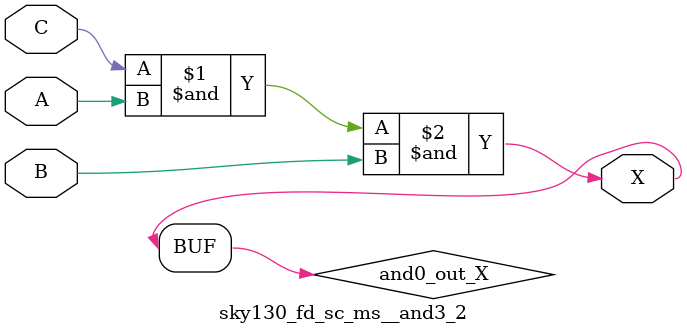
<source format=v>
/*
 * Copyright 2020 The SkyWater PDK Authors
 *
 * Licensed under the Apache License, Version 2.0 (the "License");
 * you may not use this file except in compliance with the License.
 * You may obtain a copy of the License at
 *
 *     https://www.apache.org/licenses/LICENSE-2.0
 *
 * Unless required by applicable law or agreed to in writing, software
 * distributed under the License is distributed on an "AS IS" BASIS,
 * WITHOUT WARRANTIES OR CONDITIONS OF ANY KIND, either express or implied.
 * See the License for the specific language governing permissions and
 * limitations under the License.
 *
 * SPDX-License-Identifier: Apache-2.0
*/


`ifndef SKY130_FD_SC_MS__AND3_2_FUNCTIONAL_V
`define SKY130_FD_SC_MS__AND3_2_FUNCTIONAL_V

/**
 * and3: 3-input AND.
 *
 * Verilog simulation functional model.
 */

`timescale 1ns / 1ps
`default_nettype none

`celldefine
module sky130_fd_sc_ms__and3_2 (
    X,
    A,
    B,
    C
);

    // Module ports
    output X;
    input  A;
    input  B;
    input  C;

    // Local signals
    wire and0_out_X;

    //  Name  Output      Other arguments
    and and0 (and0_out_X, C, A, B        );
    buf buf0 (X         , and0_out_X     );

endmodule
`endcelldefine

`default_nettype wire
`endif  // SKY130_FD_SC_MS__AND3_2_FUNCTIONAL_V

</source>
